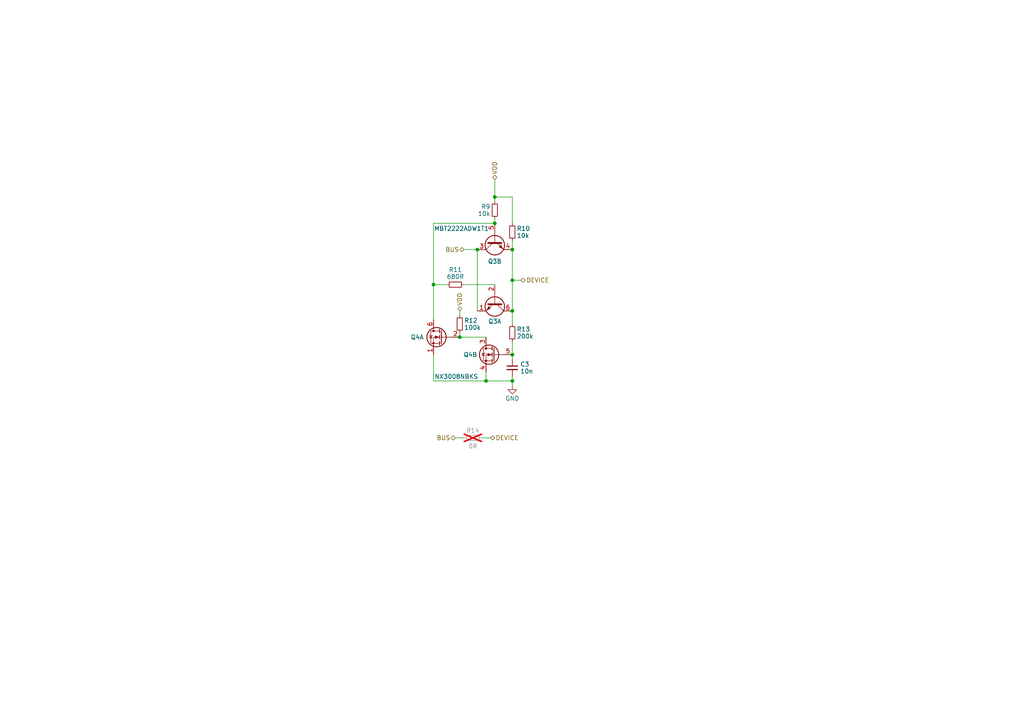
<source format=kicad_sch>
(kicad_sch (version 20250114) (generator "eeschema") (generator_version "9.0")
  (paper "A4")
  (title_block (title "Argus XY Solar Panel") (date "2025-04-20") (rev "v3.1") (company "Carnegie Mellon University") (comment 1 "N. Khera") (comment 2 "V. Rajesh"))
  (lib_symbols
    (symbol "Argus-Miscellaneous:NX3008NBKS" (pin_names (offset 0.762) (hide yes))
      (property "Reference" "Q" (at 5.08 1.27 0))
      (property "Value" "NX3008NBKS" (at 5.08 -1.27 0))
      (symbol "NX3008NBKS_1_1"
        (polyline (pts (xy -1.016 1.905) (xy -1.016 -1.905)) (stroke (width 0.254)))
        (polyline (pts (xy -1.016 0) (xy -3.81 0)))
        (polyline (pts (xy -0.508 2.286) (xy -0.508 1.27)) (stroke (width 0.254)))
        (polyline (pts (xy -0.508 0.508) (xy -0.508 -0.508)) (stroke (width 0.254)))
        (polyline (pts (xy -0.508 -1.27) (xy -0.508 -2.286)) (stroke (width 0.254)))
        (polyline (pts (xy -0.508 -1.778) (xy 2.032 -1.778) (xy 2.032 1.778) (xy -0.508 1.778)))
        (polyline (pts (xy -0.254 0) (xy 0.762 0.381) (xy 0.762 -0.381) (xy -0.254 0)) (fill (type outline)))
        (circle (center 0.381 0) (radius 2.794) (stroke (width 0.254)))
        (polyline (pts (xy 1.27 2.54) (xy 1.27 1.778)))
        (circle (center 1.27 1.778) (radius 0.254) (fill (type outline)))
        (circle (center 1.27 -1.778) (radius 0.254) (fill (type outline)))
        (polyline (pts (xy 1.27 -2.54) (xy 1.27 0) (xy -0.508 0)))
        (polyline (pts (xy 1.524 0.508) (xy 1.651 0.381) (xy 2.413 0.381) (xy 2.54 0.254)))
        (polyline (pts (xy 2.032 0.381) (xy 1.651 -0.254) (xy 2.413 -0.254) (xy 2.032 0.381)))
        (pin input line (at -6.35 0 0) (length 2.54) (name "G2") (number "2"))
        (pin passive line (at 1.27 5.08 270) (length 2.54) (name "D1") (number "6"))
        (pin passive line (at 1.27 -5.08 90) (length 2.54) (name "S2") (number "1"))
      )
      (symbol "NX3008NBKS_2_1"
        (polyline (pts (xy -1.016 1.905) (xy -1.016 -1.905)) (stroke (width 0.254)))
        (polyline (pts (xy -1.016 0) (xy -3.81 0)))
        (polyline (pts (xy -0.508 2.286) (xy -0.508 1.27)) (stroke (width 0.254)))
        (polyline (pts (xy -0.508 0.508) (xy -0.508 -0.508)) (stroke (width 0.254)))
        (polyline (pts (xy -0.508 -1.27) (xy -0.508 -2.286)) (stroke (width 0.254)))
        (polyline (pts (xy -0.508 -1.778) (xy 2.032 -1.778) (xy 2.032 1.778) (xy -0.508 1.778)))
        (polyline (pts (xy -0.254 0) (xy 0.762 0.381) (xy 0.762 -0.381) (xy -0.254 0)) (fill (type outline)))
        (circle (center 0.381 0) (radius 2.794) (stroke (width 0.254)))
        (polyline (pts (xy 1.27 2.54) (xy 1.27 1.778)))
        (circle (center 1.27 1.778) (radius 0.254) (fill (type outline)))
        (circle (center 1.27 -1.778) (radius 0.254) (fill (type outline)))
        (polyline (pts (xy 1.27 -2.54) (xy 1.27 0) (xy -0.508 0)))
        (polyline (pts (xy 1.524 0.508) (xy 1.651 0.381) (xy 2.413 0.381) (xy 2.54 0.254)))
        (polyline (pts (xy 2.032 0.381) (xy 1.651 -0.254) (xy 2.413 -0.254) (xy 2.032 0.381)))
        (pin input line (at -6.35 0 0) (length 2.54) (name "G1") (number "5"))
        (pin passive line (at 1.27 5.08 270) (length 2.54) (name "D2") (number "3"))
        (pin passive line (at 1.27 -5.08 90) (length 2.54) (name "S1") (number "4"))
      )
    )
    (symbol "Device:C_Small" (pin_numbers (hide yes)) (pin_names (offset 0.254) (hide yes))
      (property "Reference" "C" (at 0.254 1.778 0))
      (property "Value" "C_Small" (at 0.254 -2.032 0))
      (symbol "C_Small_0_1"
        (polyline (pts (xy -1.524 0.508) (xy 1.524 0.508)) (stroke (width 0.3048)))
        (polyline (pts (xy -1.524 -0.508) (xy 1.524 -0.508)) (stroke (width 0.3302)))
      )
      (symbol "C_Small_1_1"
        (pin passive line (at 0 2.54 270) (length 2.032) (name "~") (number "1"))
        (pin passive line (at 0 -2.54 90) (length 2.032) (name "~") (number "2"))
      )
    )
    (symbol "Device:R_Small" (pin_numbers (hide yes)) (pin_names (offset 0.254) (hide yes))
      (property "Reference" "R" (at 0 0 90))
      (property "Value" "R_Small" (at 1.778 0 90))
      (symbol "R_Small_0_1"
        (rectangle (start -0.762 1.778) (end 0.762 -1.778) (stroke (width 0.2032)))
      )
      (symbol "R_Small_1_1"
        (pin passive line (at 0 2.54 270) (length 0.762) (name "~") (number "1"))
        (pin passive line (at 0 -2.54 90) (length 0.762) (name "~") (number "2"))
      )
    )
    (symbol "MBT2222ADW1T1_1" (pin_names (offset 0) (hide yes))
      (property "Reference" "Q" (at 5.08 1.27 0))
      (property "Value" "MBT2222ADW1T1" (at 5.08 -1.27 0))
      (symbol "MBT2222ADW1T1_1_0_1"
        (polyline (pts (xy 0.635 1.905) (xy 0.635 -1.905)) (stroke (width 0.508)))
        (polyline (pts (xy 0.635 0.635) (xy 2.54 2.54)))
        (polyline (pts (xy 0.635 0) (xy -2.54 0)))
        (polyline (pts (xy 0.635 -0.635) (xy 2.54 -2.54)))
        (circle (center 1.27 0) (radius 2.8194) (stroke (width 0.254)))
        (polyline (pts (xy 1.27 -1.778) (xy 1.778 -1.27) (xy 2.286 -2.286) (xy 1.27 -1.778)) (fill (type outline)))
      )
      (symbol "MBT2222ADW1T1_1_1_1"
        (pin input line (at -5.08 0 0) (length 2.54) (name "B1") (number "2"))
        (pin passive line (at 2.54 5.08 270) (length 2.54) (name "C1") (number "6"))
        (pin passive line (at 2.54 -5.08 90) (length 2.54) (name "E1") (number "1"))
      )
      (symbol "MBT2222ADW1T1_1_2_1"
        (pin input line (at -5.08 0 0) (length 2.54) (name "B2") (number "5"))
        (pin passive line (at 2.54 5.08 270) (length 2.54) (name "C2") (number "3"))
        (pin passive line (at 2.54 -5.08 90) (length 2.54) (name "E2") (number "4"))
      )
    )
    (symbol "Transistor_BJT:MBT2222ADW1T1" (pin_names (offset 0) (hide yes))
      (property "Reference" "Q" (at 5.08 1.27 0))
      (property "Value" "MBT2222ADW1T1" (at 5.08 -1.27 0))
      (symbol "MBT2222ADW1T1_0_1"
        (polyline (pts (xy 0.635 1.905) (xy 0.635 -1.905)) (stroke (width 0.508)))
        (polyline (pts (xy 0.635 0.635) (xy 2.54 2.54)))
        (polyline (pts (xy 0.635 0) (xy -2.54 0)))
        (polyline (pts (xy 0.635 -0.635) (xy 2.54 -2.54)))
        (circle (center 1.27 0) (radius 2.8194) (stroke (width 0.254)))
        (polyline (pts (xy 1.27 -1.778) (xy 1.778 -1.27) (xy 2.286 -2.286) (xy 1.27 -1.778)) (fill (type outline)))
      )
      (symbol "MBT2222ADW1T1_1_1"
        (pin input line (at -5.08 0 0) (length 2.54) (name "B1") (number "2"))
        (pin passive line (at 2.54 5.08 270) (length 2.54) (name "C1") (number "6"))
        (pin passive line (at 2.54 -5.08 90) (length 2.54) (name "E1") (number "1"))
      )
      (symbol "MBT2222ADW1T1_2_1"
        (pin input line (at -5.08 0 0) (length 2.54) (name "B2") (number "5"))
        (pin passive line (at 2.54 5.08 270) (length 2.54) (name "C2") (number "3"))
        (pin passive line (at 2.54 -5.08 90) (length 2.54) (name "E2") (number "4"))
      )
    )
    (symbol "power:GND" (power) (pin_numbers (hide yes)) (pin_names (offset 0) (hide yes))
      (property "Value" "GND" (at 0 -3.81 0))
      (symbol "GND_0_1"
        (polyline (pts (xy 0 0) (xy 0 -1.27) (xy 1.27 -1.27) (xy 0 -2.54) (xy -1.27 -1.27) (xy 0 -1.27)))
      )
      (symbol "GND_1_1"
        (pin power_in line (at 0 0 270) (length 0) (name "~") (number "1"))
      )
    )
  )
  (junction (at 148.59 72.39))
  (junction (at 148.59 102.87))
  (junction (at 148.59 81.28))
  (junction (at 143.51 64.77))
  (junction (at 133.35 97.79))
  (junction (at 140.97 110.49))
  (junction (at 148.59 90.17))
  (junction (at 125.73 82.55))
  (junction (at 138.43 72.39))
  (junction (at 148.59 110.49))
  (junction (at 143.51 57.15))
  (wire (pts (xy 134.62 72.39) (xy 138.43 72.39)))
  (wire (pts (xy 140.97 107.95) (xy 140.97 110.49)))
  (wire (pts (xy 133.35 97.79) (xy 140.97 97.79)))
  (wire (pts (xy 148.59 102.87) (xy 148.59 104.14)))
  (wire (pts (xy 139.7 127) (xy 142.24 127)))
  (wire (pts (xy 138.43 72.39) (xy 138.43 90.17)))
  (wire (pts (xy 143.51 57.15) (xy 143.51 58.42)))
  (wire (pts (xy 148.59 90.17) (xy 148.59 93.98)))
  (wire (pts (xy 143.51 63.5) (xy 143.51 64.77)))
  (wire (pts (xy 140.97 110.49) (xy 148.59 110.49)))
  (wire (pts (xy 148.59 69.85) (xy 148.59 72.39)))
  (wire (pts (xy 148.59 111.76) (xy 148.59 110.49)))
  (wire (pts (xy 148.59 57.15) (xy 148.59 64.77)))
  (wire (pts (xy 134.62 82.55) (xy 143.51 82.55)))
  (wire (pts (xy 125.73 82.55) (xy 129.54 82.55)))
  (wire (pts (xy 133.35 90.17) (xy 133.35 91.44)))
  (wire (pts (xy 125.73 82.55) (xy 125.73 64.77)))
  (wire (pts (xy 125.73 110.49) (xy 140.97 110.49)))
  (wire (pts (xy 148.59 90.17) (xy 148.59 81.28)))
  (wire (pts (xy 143.51 52.07) (xy 143.51 57.15)))
  (wire (pts (xy 132.08 127) (xy 134.62 127)))
  (wire (pts (xy 148.59 99.06) (xy 148.59 102.87)))
  (wire (pts (xy 148.59 81.28) (xy 148.59 72.39)))
  (wire (pts (xy 133.35 96.52) (xy 133.35 97.79)))
  (wire (pts (xy 148.59 109.22) (xy 148.59 110.49)))
  (wire (pts (xy 125.73 64.77) (xy 143.51 64.77)))
  (wire (pts (xy 125.73 102.87) (xy 125.73 110.49)))
  (wire (pts (xy 125.73 92.71) (xy 125.73 82.55)))
  (wire (pts (xy 151.13 81.28) (xy 148.59 81.28)))
  (wire (pts (xy 148.59 57.15) (xy 143.51 57.15)))
  (hierarchical_label "VDD" (shape bidirectional) (at 143.51 52.07 90))
  (hierarchical_label "VDD" (shape bidirectional) (at 133.35 90.17 90))
  (hierarchical_label "DEVICE" (shape bidirectional) (at 142.24 127 0))
  (hierarchical_label "BUS" (shape bidirectional) (at 134.62 72.39 180))
  (hierarchical_label "DEVICE" (shape bidirectional) (at 151.13 81.28 0))
  (hierarchical_label "BUS" (shape bidirectional) (at 132.08 127 180))
  (symbol (lib_id "Device:R_Small") (at 148.59 96.52 0) (unit 1)
    (property "Reference" "R101" (at 149.86 95.504 0) (effects (justify left)))
    (property "Value" "200k" (at 149.86 97.536 0) (effects (justify left)))
    (property "Footprint" "Resistor_SMD:R_0603_1608Metric" (effects (hide yes)))
    (property "Description" "Resistor, small symbol" (effects (hide yes)))
    (property "MPN" "C118142" (effects (hide yes)))
    (instances (project "Avionics-SolarPanels" (path "" (reference "R13") (unit 1)) (path "" (reference "R7") (unit 1)) (path "" (reference "R74") (unit 1)) (path "" (reference "R80") (unit 1)) (path "" (reference "R44") (unit 1)) (path "" (reference "R50") (unit 1)) (path "" (reference "R101") (unit 1)) (path "" (reference "R102") (unit 1))))
  )
  (symbol (lib_id "Device:R_Small") (at 133.35 93.98 0) (unit 1)
    (property "Reference" "R94" (at 134.62 92.964 0) (effects (justify left)))
    (property "Value" "100k" (at 134.62 94.996 0) (effects (justify left)))
    (property "Footprint" "Resistor_SMD:R_0603_1608Metric" (effects (hide yes)))
    (property "Description" "Resistor, small symbol" (effects (hide yes)))
    (property "MPN" "C237792" (effects (hide yes)))
    (instances (project "Avionics-SolarPanels" (path "" (reference "R12") (unit 1)) (path "" (reference "R6") (unit 1)) (path "" (reference "R73") (unit 1)) (path "" (reference "R79") (unit 1)) (path "" (reference "R43") (unit 1)) (path "" (reference "R49") (unit 1)) (path "" (reference "R94") (unit 1)) (path "" (reference "R93") (unit 1))))
  )
  (symbol (lib_id "Device:C_Small") (at 148.59 106.68 0) (unit 1)
    (property "Reference" "C44" (at 150.876 105.664 0) (effects (justify left)))
    (property "Value" "10n" (at 150.876 107.696 0) (effects (justify left)))
    (property "Footprint" "Capacitor_SMD:C_0603_1608Metric" (effects (hide yes)))
    (property "Description" "Unpolarized capacitor, small symbol" (effects (hide yes)))
    (property "MPN" "C161232" (effects (hide yes)))
    (instances (project "Avionics-SolarPanels" (path "" (reference "C3") (unit 1)) (path "" (reference "C2") (unit 1)) (path "" (reference "C39") (unit 1)) (path "" (reference "C40") (unit 1)) (path "" (reference "C5") (unit 1)) (path "" (reference "C6") (unit 1)) (path "" (reference "C44") (unit 1)) (path "" (reference "C45") (unit 1))))
  )
  (symbol (lib_id "Device:R_Small") (at 132.08 82.55 270) (unit 1)
    (property "Reference" "R92" (at 132.08 78.232 90))
    (property "Value" "680R" (at 132.08 80.264 90))
    (property "Footprint" "Resistor_SMD:R_0603_1608Metric" (effects (hide yes)))
    (property "Description" "Resistor, small symbol" (effects (hide yes)))
    (property "MPN" "C844802" (effects (hide yes)))
    (instances (project "Avionics-SolarPanels" (path "" (reference "R11") (unit 1)) (path "" (reference "R5") (unit 1)) (path "" (reference "R72") (unit 1)) (path "" (reference "R78") (unit 1)) (path "" (reference "R42") (unit 1)) (path "" (reference "R48") (unit 1)) (path "" (reference "R92") (unit 1)) (path "" (reference "R91") (unit 1))))
  )
  (symbol (lib_id "Argus-Miscellaneous:NX3008NBKS") (at 127 97.79 0) (mirror y) (unit 1)
    (property "Reference" "Q19" (at 122.936 97.79 0) (effects (justify left)))
    (property "Value" "NX3008NBKS" (at 138.684 109.22 0) (effects (justify left)))
    (property "Footprint" "Package_TO_SOT_SMD:SOT-363_SC-70-6" (effects (hide yes)))
    (property "Datasheet" "https://assets.nexperia.com/documents/data-sheet/NX3008NBKS.pdf" (effects (hide yes)))
    (property "Description" "Dual N-Channel MOSFET - 2NMOS" (effects (hide yes)))
    (property "MPN" "C3280240" (effects (hide yes)))
    (instances (project "Avionics-SolarPanels" (path "" (reference "Q4") (unit 1)) (path "" (reference "Q2") (unit 1)) (path "" (reference "Q10") (unit 1)) (path "" (reference "Q12") (unit 1)) (path "" (reference "Q6") (unit 1)) (path "" (reference "Q8") (unit 1)) (path "" (reference "Q19") (unit 1)) (path "" (reference "Q21") (unit 1))))
  )
  (symbol (lib_id "Transistor_BJT:MBT2222ADW1T1") (at 143.51 87.63 270) (unit 1)
    (property "Reference" "Q18" (at 143.51 93.218 90))
    (property "Value" "MBT2222ADW1T1" (effects (hide yes)))
    (property "Footprint" "Package_TO_SOT_SMD:SOT-363_SC-70-6" (effects (hide yes)))
    (property "Datasheet" "http://www.onsemi.com/pub_link/Collateral/MBT2222ADW1T1-D.PDF" (effects (hide yes)))
    (property "Description" "600mA IC, 40V Vce, Dual NPN/NPN Transistors, SOT-363" (effects (hide yes)))
    (property "Flight" "MBT2222ADW1T1G" (effects (hide yes)))
    (property "Manufacturer_Name" "ON Semiconductor" (effects (hide yes)))
    (property "Manufacturer_Part_Number" "MBT2222ADW1T1G" (effects (hide yes)))
    (property "Proto" "MBT2222ADW1T1G" (effects (hide yes)))
    (instances (project "Avionics-SolarPanels" (path "" (reference "Q3") (unit 1)) (path "" (reference "Q1") (unit 1)) (path "" (reference "Q9") (unit 1)) (path "" (reference "Q11") (unit 1)) (path "" (reference "Q5") (unit 1)) (path "" (reference "Q7") (unit 1)) (path "" (reference "Q18") (unit 1)) (path "" (reference "Q20") (unit 1))))
  )
  (symbol (lib_name "MBT2222ADW1T1_1") (lib_id "Transistor_BJT:MBT2222ADW1T1") (at 143.51 69.85 90) (mirror x) (unit 2)
    (property "Reference" "Q18" (at 143.51 75.819 90))
    (property "Value" "MBT2222ADW1T1" (at 133.858 66.294 90))
    (property "Footprint" "Package_TO_SOT_SMD:SOT-363_SC-70-6" (effects (hide yes)))
    (property "Datasheet" "http://www.onsemi.com/pub_link/Collateral/MBT2222ADW1T1-D.PDF" (effects (hide yes)))
    (property "Description" "Dual NPN BJT - 2NPN" (effects (hide yes)))
    (property "Flight" "MBT2222ADW1T1G" (effects (hide yes)))
    (property "Manufacturer_Name" "ON Semiconductor" (effects (hide yes)))
    (property "Manufacturer_Part_Number" "MBT2222ADW1T1G" (effects (hide yes)))
    (property "Proto" "MBT2222ADW1T1G" (effects (hide yes)))
    (instances (project "Avionics-SolarPanels" (path "" (reference "Q3") (unit 2)) (path "" (reference "Q1") (unit 2)) (path "" (reference "Q9") (unit 2)) (path "" (reference "Q11") (unit 2)) (path "" (reference "Q5") (unit 2)) (path "" (reference "Q7") (unit 2)) (path "" (reference "Q18") (unit 2)) (path "" (reference "Q20") (unit 2))))
  )
  (symbol (lib_id "power:GND") (at 148.59 111.76 0) (unit 1)
    (property "Reference" "#PWR067" (effects (hide yes)))
    (property "Value" "GND" (at 148.59 115.57 0))
    (instances (project "Avionics-SolarPanels" (path "" (reference "#PWR055") (unit 1)) (path "" (reference "#PWR053") (unit 1)) (path "" (reference "#PWR045") (unit 1)) (path "" (reference "#PWR047") (unit 1)) (path "" (reference "#PWR058") (unit 1)) (path "" (reference "#PWR059") (unit 1)) (path "" (reference "#PWR067") (unit 1)) (path "" (reference "#PWR062") (unit 1))))
  )
  (symbol (lib_id "Argus-Miscellaneous:NX3008NBKS") (at 142.24 102.87 0) (mirror y) (unit 2)
    (property "Reference" "Q19" (at 138.43 102.87 0) (effects (justify left)))
    (property "Value" "NX3008NBKS" (effects (hide yes)))
    (property "Footprint" "Package_TO_SOT_SMD:SOT-363_SC-70-6" (effects (hide yes)))
    (property "Datasheet" "https://assets.nexperia.com/documents/data-sheet/NX3008NBKS.pdf" (effects (hide yes)))
    (property "Description" "Dual N-Channel MOSFET - 2NMOS" (effects (hide yes)))
    (property "MPN" "C3280240" (effects (hide yes)))
    (instances (project "Avionics-SolarPanels" (path "" (reference "Q4") (unit 2)) (path "" (reference "Q2") (unit 2)) (path "" (reference "Q10") (unit 2)) (path "" (reference "Q12") (unit 2)) (path "" (reference "Q6") (unit 2)) (path "" (reference "Q8") (unit 2)) (path "" (reference "Q19") (unit 2)) (path "" (reference "Q21") (unit 2))))
  )
  (symbol (lib_id "Device:R_Small") (at 148.59 67.31 0) (unit 1)
    (property "Reference" "R100" (at 149.86 66.294 0) (effects (justify left)))
    (property "Value" "10k" (at 149.86 68.326 0) (effects (justify left)))
    (property "Footprint" "Resistor_SMD:R_0603_1608Metric" (effects (hide yes)))
    (property "Description" "Resistor, small symbol" (effects (hide yes)))
    (property "MPN" "C2479067" (effects (hide yes)))
    (instances (project "Avionics-SolarPanels" (path "" (reference "R10") (unit 1)) (path "" (reference "R4") (unit 1)) (path "" (reference "R71") (unit 1)) (path "" (reference "R77") (unit 1)) (path "" (reference "R41") (unit 1)) (path "" (reference "R47") (unit 1)) (path "" (reference "R100") (unit 1)) (path "" (reference "R99") (unit 1))))
  )
  (symbol (lib_id "Device:R_Small") (at 143.51 60.96 0) (unit 1)
    (property "Reference" "R98" (at 142.24 59.944 0) (effects (justify right)))
    (property "Value" "10k" (at 142.24 61.976 0) (effects (justify right)))
    (property "Footprint" "Resistor_SMD:R_0603_1608Metric" (effects (hide yes)))
    (property "Description" "Resistor, small symbol" (effects (hide yes)))
    (property "MPN" "C2479067" (effects (hide yes)))
    (instances (project "Avionics-SolarPanels" (path "" (reference "R9") (unit 1)) (path "" (reference "R3") (unit 1)) (path "" (reference "R70") (unit 1)) (path "" (reference "R76") (unit 1)) (path "" (reference "R40") (unit 1)) (path "" (reference "R46") (unit 1)) (path "" (reference "R98") (unit 1)) (path "" (reference "R97") (unit 1))))
  )
  (symbol (lib_id "Device:R_Small") (at 137.16 127 270) (unit 1) (in_bom no) (dnp yes)
    (property "Reference" "R96" (at 137.16 124.841 90))
    (property "Value" "0R" (at 137.16 129.413 90))
    (property "Footprint" "Resistor_SMD:R_0603_1608Metric" (effects (hide yes)))
    (property "Description" "Resistor, small symbol" (effects (hide yes)))
    (property "DNI" "DNI" (effects (hide yes)))
    (instances (project "Avionics-SolarPanels" (path "" (reference "R14") (unit 1)) (path "" (reference "R8") (unit 1)) (path "" (reference "R75") (unit 1)) (path "" (reference "R81") (unit 1)) (path "" (reference "R45") (unit 1)) (path "" (reference "R51") (unit 1)) (path "" (reference "R96") (unit 1)) (path "" (reference "R95") (unit 1))))
  )
)
</source>
